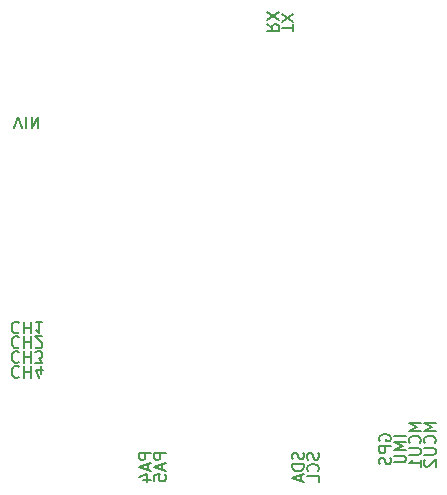
<source format=gbr>
%TF.GenerationSoftware,KiCad,Pcbnew,(5.1.10)-1*%
%TF.CreationDate,2021-11-27T13:57:11+01:00*%
%TF.ProjectId,SplashQuad,53706c61-7368-4517-9561-642e6b696361,rev?*%
%TF.SameCoordinates,Original*%
%TF.FileFunction,Legend,Bot*%
%TF.FilePolarity,Positive*%
%FSLAX46Y46*%
G04 Gerber Fmt 4.6, Leading zero omitted, Abs format (unit mm)*
G04 Created by KiCad (PCBNEW (5.1.10)-1) date 2021-11-27 13:57:11*
%MOMM*%
%LPD*%
G01*
G04 APERTURE LIST*
%ADD10C,0.150000*%
G04 APERTURE END LIST*
D10*
X155797619Y-84511904D02*
X155797619Y-83940476D01*
X154797619Y-84226190D02*
X155797619Y-84226190D01*
X155797619Y-83702380D02*
X154797619Y-83035714D01*
X155797619Y-83035714D02*
X154797619Y-83702380D01*
X153547619Y-83916666D02*
X154023809Y-84250000D01*
X153547619Y-84488095D02*
X154547619Y-84488095D01*
X154547619Y-84107142D01*
X154500000Y-84011904D01*
X154452380Y-83964285D01*
X154357142Y-83916666D01*
X154214285Y-83916666D01*
X154119047Y-83964285D01*
X154071428Y-84011904D01*
X154023809Y-84107142D01*
X154023809Y-84488095D01*
X154547619Y-83583333D02*
X153547619Y-82916666D01*
X154547619Y-82916666D02*
X153547619Y-83583333D01*
X132154761Y-92747619D02*
X132488095Y-91747619D01*
X132821428Y-92747619D01*
X133154761Y-91747619D02*
X133154761Y-92747619D01*
X133630952Y-91747619D02*
X133630952Y-92747619D01*
X134202380Y-91747619D01*
X134202380Y-92747619D01*
X132559523Y-109192857D02*
X132511904Y-109145238D01*
X132369047Y-109097619D01*
X132273809Y-109097619D01*
X132130952Y-109145238D01*
X132035714Y-109240476D01*
X131988095Y-109335714D01*
X131940476Y-109526190D01*
X131940476Y-109669047D01*
X131988095Y-109859523D01*
X132035714Y-109954761D01*
X132130952Y-110050000D01*
X132273809Y-110097619D01*
X132369047Y-110097619D01*
X132511904Y-110050000D01*
X132559523Y-110002380D01*
X132988095Y-109097619D02*
X132988095Y-110097619D01*
X132988095Y-109621428D02*
X133559523Y-109621428D01*
X133559523Y-109097619D02*
X133559523Y-110097619D01*
X134559523Y-109097619D02*
X133988095Y-109097619D01*
X134273809Y-109097619D02*
X134273809Y-110097619D01*
X134178571Y-109954761D01*
X134083333Y-109859523D01*
X133988095Y-109811904D01*
X132559523Y-110442857D02*
X132511904Y-110395238D01*
X132369047Y-110347619D01*
X132273809Y-110347619D01*
X132130952Y-110395238D01*
X132035714Y-110490476D01*
X131988095Y-110585714D01*
X131940476Y-110776190D01*
X131940476Y-110919047D01*
X131988095Y-111109523D01*
X132035714Y-111204761D01*
X132130952Y-111300000D01*
X132273809Y-111347619D01*
X132369047Y-111347619D01*
X132511904Y-111300000D01*
X132559523Y-111252380D01*
X132988095Y-110347619D02*
X132988095Y-111347619D01*
X132988095Y-110871428D02*
X133559523Y-110871428D01*
X133559523Y-110347619D02*
X133559523Y-111347619D01*
X133988095Y-111252380D02*
X134035714Y-111300000D01*
X134130952Y-111347619D01*
X134369047Y-111347619D01*
X134464285Y-111300000D01*
X134511904Y-111252380D01*
X134559523Y-111157142D01*
X134559523Y-111061904D01*
X134511904Y-110919047D01*
X133940476Y-110347619D01*
X134559523Y-110347619D01*
X132559523Y-111692857D02*
X132511904Y-111645238D01*
X132369047Y-111597619D01*
X132273809Y-111597619D01*
X132130952Y-111645238D01*
X132035714Y-111740476D01*
X131988095Y-111835714D01*
X131940476Y-112026190D01*
X131940476Y-112169047D01*
X131988095Y-112359523D01*
X132035714Y-112454761D01*
X132130952Y-112550000D01*
X132273809Y-112597619D01*
X132369047Y-112597619D01*
X132511904Y-112550000D01*
X132559523Y-112502380D01*
X132988095Y-111597619D02*
X132988095Y-112597619D01*
X132988095Y-112121428D02*
X133559523Y-112121428D01*
X133559523Y-111597619D02*
X133559523Y-112597619D01*
X133940476Y-112597619D02*
X134559523Y-112597619D01*
X134226190Y-112216666D01*
X134369047Y-112216666D01*
X134464285Y-112169047D01*
X134511904Y-112121428D01*
X134559523Y-112026190D01*
X134559523Y-111788095D01*
X134511904Y-111692857D01*
X134464285Y-111645238D01*
X134369047Y-111597619D01*
X134083333Y-111597619D01*
X133988095Y-111645238D01*
X133940476Y-111692857D01*
X132559523Y-112942857D02*
X132511904Y-112895238D01*
X132369047Y-112847619D01*
X132273809Y-112847619D01*
X132130952Y-112895238D01*
X132035714Y-112990476D01*
X131988095Y-113085714D01*
X131940476Y-113276190D01*
X131940476Y-113419047D01*
X131988095Y-113609523D01*
X132035714Y-113704761D01*
X132130952Y-113800000D01*
X132273809Y-113847619D01*
X132369047Y-113847619D01*
X132511904Y-113800000D01*
X132559523Y-113752380D01*
X132988095Y-112847619D02*
X132988095Y-113847619D01*
X132988095Y-113371428D02*
X133559523Y-113371428D01*
X133559523Y-112847619D02*
X133559523Y-113847619D01*
X134464285Y-113514285D02*
X134464285Y-112847619D01*
X134226190Y-113895238D02*
X133988095Y-113180952D01*
X134607142Y-113180952D01*
X145002380Y-120233333D02*
X144002380Y-120233333D01*
X144002380Y-120614285D01*
X144050000Y-120709523D01*
X144097619Y-120757142D01*
X144192857Y-120804761D01*
X144335714Y-120804761D01*
X144430952Y-120757142D01*
X144478571Y-120709523D01*
X144526190Y-120614285D01*
X144526190Y-120233333D01*
X144716666Y-121185714D02*
X144716666Y-121661904D01*
X145002380Y-121090476D02*
X144002380Y-121423809D01*
X145002380Y-121757142D01*
X144002380Y-122566666D02*
X144002380Y-122090476D01*
X144478571Y-122042857D01*
X144430952Y-122090476D01*
X144383333Y-122185714D01*
X144383333Y-122423809D01*
X144430952Y-122519047D01*
X144478571Y-122566666D01*
X144573809Y-122614285D01*
X144811904Y-122614285D01*
X144907142Y-122566666D01*
X144954761Y-122519047D01*
X145002380Y-122423809D01*
X145002380Y-122185714D01*
X144954761Y-122090476D01*
X144907142Y-122042857D01*
X143752380Y-120233333D02*
X142752380Y-120233333D01*
X142752380Y-120614285D01*
X142800000Y-120709523D01*
X142847619Y-120757142D01*
X142942857Y-120804761D01*
X143085714Y-120804761D01*
X143180952Y-120757142D01*
X143228571Y-120709523D01*
X143276190Y-120614285D01*
X143276190Y-120233333D01*
X143466666Y-121185714D02*
X143466666Y-121661904D01*
X143752380Y-121090476D02*
X142752380Y-121423809D01*
X143752380Y-121757142D01*
X143085714Y-122519047D02*
X143752380Y-122519047D01*
X142704761Y-122280952D02*
X143419047Y-122042857D01*
X143419047Y-122661904D01*
X157904761Y-120209523D02*
X157952380Y-120352380D01*
X157952380Y-120590476D01*
X157904761Y-120685714D01*
X157857142Y-120733333D01*
X157761904Y-120780952D01*
X157666666Y-120780952D01*
X157571428Y-120733333D01*
X157523809Y-120685714D01*
X157476190Y-120590476D01*
X157428571Y-120400000D01*
X157380952Y-120304761D01*
X157333333Y-120257142D01*
X157238095Y-120209523D01*
X157142857Y-120209523D01*
X157047619Y-120257142D01*
X157000000Y-120304761D01*
X156952380Y-120400000D01*
X156952380Y-120638095D01*
X157000000Y-120780952D01*
X157857142Y-121780952D02*
X157904761Y-121733333D01*
X157952380Y-121590476D01*
X157952380Y-121495238D01*
X157904761Y-121352380D01*
X157809523Y-121257142D01*
X157714285Y-121209523D01*
X157523809Y-121161904D01*
X157380952Y-121161904D01*
X157190476Y-121209523D01*
X157095238Y-121257142D01*
X157000000Y-121352380D01*
X156952380Y-121495238D01*
X156952380Y-121590476D01*
X157000000Y-121733333D01*
X157047619Y-121780952D01*
X157952380Y-122685714D02*
X157952380Y-122209523D01*
X156952380Y-122209523D01*
X156654761Y-120185714D02*
X156702380Y-120328571D01*
X156702380Y-120566666D01*
X156654761Y-120661904D01*
X156607142Y-120709523D01*
X156511904Y-120757142D01*
X156416666Y-120757142D01*
X156321428Y-120709523D01*
X156273809Y-120661904D01*
X156226190Y-120566666D01*
X156178571Y-120376190D01*
X156130952Y-120280952D01*
X156083333Y-120233333D01*
X155988095Y-120185714D01*
X155892857Y-120185714D01*
X155797619Y-120233333D01*
X155750000Y-120280952D01*
X155702380Y-120376190D01*
X155702380Y-120614285D01*
X155750000Y-120757142D01*
X156702380Y-121185714D02*
X155702380Y-121185714D01*
X155702380Y-121423809D01*
X155750000Y-121566666D01*
X155845238Y-121661904D01*
X155940476Y-121709523D01*
X156130952Y-121757142D01*
X156273809Y-121757142D01*
X156464285Y-121709523D01*
X156559523Y-121661904D01*
X156654761Y-121566666D01*
X156702380Y-121423809D01*
X156702380Y-121185714D01*
X156416666Y-122138095D02*
X156416666Y-122614285D01*
X156702380Y-122042857D02*
X155702380Y-122376190D01*
X156702380Y-122709523D01*
X167852380Y-117666666D02*
X166852380Y-117666666D01*
X167566666Y-118000000D01*
X166852380Y-118333333D01*
X167852380Y-118333333D01*
X167757142Y-119380952D02*
X167804761Y-119333333D01*
X167852380Y-119190476D01*
X167852380Y-119095238D01*
X167804761Y-118952380D01*
X167709523Y-118857142D01*
X167614285Y-118809523D01*
X167423809Y-118761904D01*
X167280952Y-118761904D01*
X167090476Y-118809523D01*
X166995238Y-118857142D01*
X166900000Y-118952380D01*
X166852380Y-119095238D01*
X166852380Y-119190476D01*
X166900000Y-119333333D01*
X166947619Y-119380952D01*
X166852380Y-119809523D02*
X167661904Y-119809523D01*
X167757142Y-119857142D01*
X167804761Y-119904761D01*
X167852380Y-120000000D01*
X167852380Y-120190476D01*
X167804761Y-120285714D01*
X167757142Y-120333333D01*
X167661904Y-120380952D01*
X166852380Y-120380952D01*
X166947619Y-120809523D02*
X166900000Y-120857142D01*
X166852380Y-120952380D01*
X166852380Y-121190476D01*
X166900000Y-121285714D01*
X166947619Y-121333333D01*
X167042857Y-121380952D01*
X167138095Y-121380952D01*
X167280952Y-121333333D01*
X167852380Y-120761904D01*
X167852380Y-121380952D01*
X166577380Y-117666666D02*
X165577380Y-117666666D01*
X166291666Y-118000000D01*
X165577380Y-118333333D01*
X166577380Y-118333333D01*
X166482142Y-119380952D02*
X166529761Y-119333333D01*
X166577380Y-119190476D01*
X166577380Y-119095238D01*
X166529761Y-118952380D01*
X166434523Y-118857142D01*
X166339285Y-118809523D01*
X166148809Y-118761904D01*
X166005952Y-118761904D01*
X165815476Y-118809523D01*
X165720238Y-118857142D01*
X165625000Y-118952380D01*
X165577380Y-119095238D01*
X165577380Y-119190476D01*
X165625000Y-119333333D01*
X165672619Y-119380952D01*
X165577380Y-119809523D02*
X166386904Y-119809523D01*
X166482142Y-119857142D01*
X166529761Y-119904761D01*
X166577380Y-120000000D01*
X166577380Y-120190476D01*
X166529761Y-120285714D01*
X166482142Y-120333333D01*
X166386904Y-120380952D01*
X165577380Y-120380952D01*
X166577380Y-121380952D02*
X166577380Y-120809523D01*
X166577380Y-121095238D02*
X165577380Y-121095238D01*
X165720238Y-121000000D01*
X165815476Y-120904761D01*
X165863095Y-120809523D01*
X165327380Y-118829761D02*
X164327380Y-118829761D01*
X165327380Y-119305952D02*
X164327380Y-119305952D01*
X165041666Y-119639285D01*
X164327380Y-119972619D01*
X165327380Y-119972619D01*
X164327380Y-120448809D02*
X165136904Y-120448809D01*
X165232142Y-120496428D01*
X165279761Y-120544047D01*
X165327380Y-120639285D01*
X165327380Y-120829761D01*
X165279761Y-120925000D01*
X165232142Y-120972619D01*
X165136904Y-121020238D01*
X164327380Y-121020238D01*
X163100000Y-119185714D02*
X163052380Y-119090476D01*
X163052380Y-118947619D01*
X163100000Y-118804761D01*
X163195238Y-118709523D01*
X163290476Y-118661904D01*
X163480952Y-118614285D01*
X163623809Y-118614285D01*
X163814285Y-118661904D01*
X163909523Y-118709523D01*
X164004761Y-118804761D01*
X164052380Y-118947619D01*
X164052380Y-119042857D01*
X164004761Y-119185714D01*
X163957142Y-119233333D01*
X163623809Y-119233333D01*
X163623809Y-119042857D01*
X164052380Y-119661904D02*
X163052380Y-119661904D01*
X163052380Y-120042857D01*
X163100000Y-120138095D01*
X163147619Y-120185714D01*
X163242857Y-120233333D01*
X163385714Y-120233333D01*
X163480952Y-120185714D01*
X163528571Y-120138095D01*
X163576190Y-120042857D01*
X163576190Y-119661904D01*
X164004761Y-120614285D02*
X164052380Y-120757142D01*
X164052380Y-120995238D01*
X164004761Y-121090476D01*
X163957142Y-121138095D01*
X163861904Y-121185714D01*
X163766666Y-121185714D01*
X163671428Y-121138095D01*
X163623809Y-121090476D01*
X163576190Y-120995238D01*
X163528571Y-120804761D01*
X163480952Y-120709523D01*
X163433333Y-120661904D01*
X163338095Y-120614285D01*
X163242857Y-120614285D01*
X163147619Y-120661904D01*
X163100000Y-120709523D01*
X163052380Y-120804761D01*
X163052380Y-121042857D01*
X163100000Y-121185714D01*
M02*

</source>
